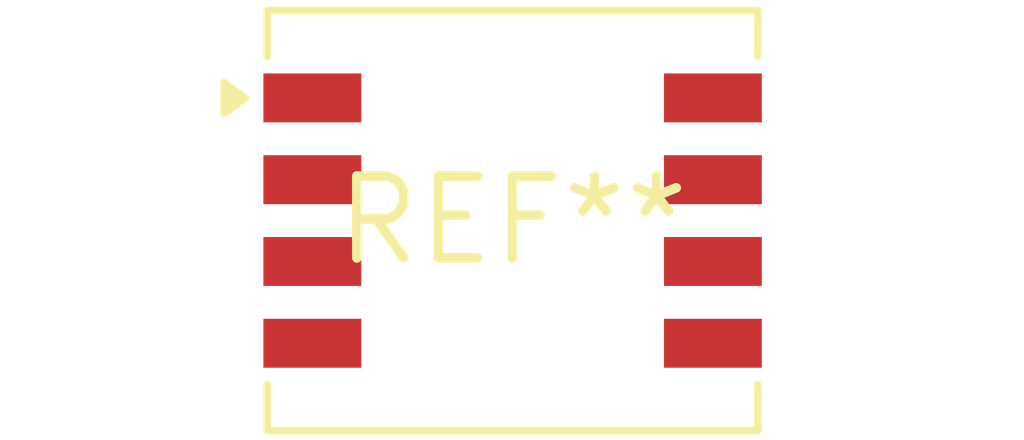
<source format=kicad_pcb>
(kicad_pcb (version 20240108) (generator pcbnew)
  (layers (0 "F.Cu" signal) (31 "B.Cu" signal) (34 "B.Paste" user) (35 "F.Paste" user) (36 "B.SilkS" user "B.Silkscreen") (37 "F.SilkS" user "F.Silkscreen") (38 "B.Mask" user) (39 "F.Mask" user) (44 "Edge.Cuts" user))
  (net 0 "")
  (footprint "Pulse_PA2777NL" (layer "F.Cu") (at 0 0)
    (property "Reference" "REF**")
    (property "Value" "Pulse_PA2777NL")
    (fp_line (start -3.81 -3.26) (end 3.81 -3.26) (layer "F.SilkS") (stroke (width 0.12)))
    (fp_line (start -3.81 -2.55) (end -3.81 -3.26) (layer "F.SilkS") (stroke (width 0.12)))
    (fp_line (start -3.81 2.55) (end -3.81 3.26) (layer "F.SilkS") (stroke (width 0.12)))
    (fp_line (start -3.81 3.26) (end 3.81 3.26) (layer "F.SilkS") (stroke (width 0.12)))
    (fp_line (start 3.81 -2.55) (end 3.81 -3.26) (layer "F.SilkS") (stroke (width 0.12)))
    (fp_line (start 3.81 2.55) (end 3.81 3.26) (layer "F.SilkS") (stroke (width 0.12)))
    (fp_poly (pts (xy -4.15 -1.9) (xy -4.48 -1.66) (xy -4.48 -2.14) (xy -4.15 -1.9)) (layer "F.SilkS") (stroke (width 0.12)) (fill solid))
    (pad "1" smd rect (at -3.11 -1.905) (size 1.52 0.76) (layers "F.Cu" "F.Paste" "F.Mask"))
    (pad "2" smd rect (at -3.11 -0.635) (size 1.52 0.76) (layers "F.Cu" "F.Paste" "F.Mask"))
    (pad "3" smd rect (at -3.11 0.635) (size 1.52 0.76) (layers "F.Cu" "F.Paste" "F.Mask"))
    (pad "4" smd rect (at -3.11 1.905) (size 1.52 0.76) (layers "F.Cu" "F.Paste" "F.Mask"))
    (pad "5" smd rect (at 3.11 1.905) (size 1.52 0.76) (layers "F.Cu" "F.Paste" "F.Mask"))
    (pad "6" smd rect (at 3.11 0.635) (size 1.52 0.76) (layers "F.Cu" "F.Paste" "F.Mask"))
    (pad "7" smd rect (at 3.11 -0.635) (size 1.52 0.76) (layers "F.Cu" "F.Paste" "F.Mask"))
    (pad "8" smd rect (at 3.11 -1.905) (size 1.52 0.76) (layers "F.Cu" "F.Paste" "F.Mask"))
  )
)
</source>
